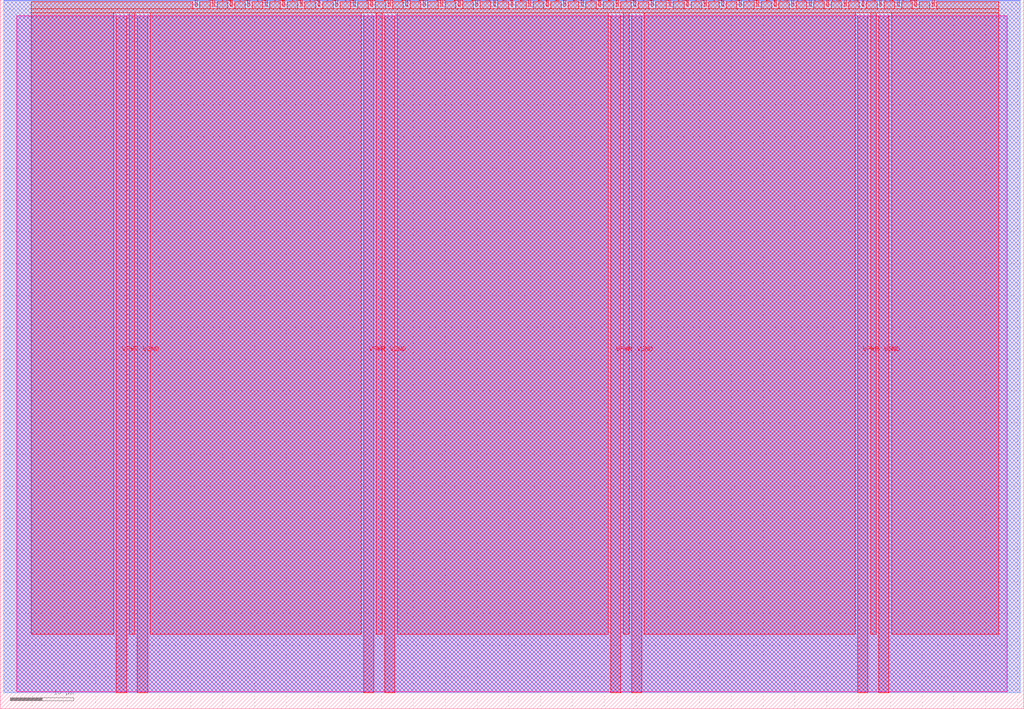
<source format=lef>
VERSION 5.7 ;
  NOWIREEXTENSIONATPIN ON ;
  DIVIDERCHAR "/" ;
  BUSBITCHARS "[]" ;
MACRO tt_um_tiny_ternary_tapeout
  CLASS BLOCK ;
  FOREIGN tt_um_tiny_ternary_tapeout ;
  ORIGIN 0.000 0.000 ;
  SIZE 161.000 BY 111.520 ;
  PIN VGND
    DIRECTION INOUT ;
    USE GROUND ;
    PORT
      LAYER met4 ;
        RECT 21.580 2.480 23.180 109.040 ;
    END
    PORT
      LAYER met4 ;
        RECT 60.450 2.480 62.050 109.040 ;
    END
    PORT
      LAYER met4 ;
        RECT 99.320 2.480 100.920 109.040 ;
    END
    PORT
      LAYER met4 ;
        RECT 138.190 2.480 139.790 109.040 ;
    END
  END VGND
  PIN VPWR
    DIRECTION INOUT ;
    USE POWER ;
    PORT
      LAYER met4 ;
        RECT 18.280 2.480 19.880 109.040 ;
    END
    PORT
      LAYER met4 ;
        RECT 57.150 2.480 58.750 109.040 ;
    END
    PORT
      LAYER met4 ;
        RECT 96.020 2.480 97.620 109.040 ;
    END
    PORT
      LAYER met4 ;
        RECT 134.890 2.480 136.490 109.040 ;
    END
  END VPWR
  PIN clk
    DIRECTION INPUT ;
    USE SIGNAL ;
    ANTENNAGATEAREA 0.852000 ;
    PORT
      LAYER met4 ;
        RECT 143.830 110.520 144.130 111.520 ;
    END
  END clk
  PIN ena
    DIRECTION INPUT ;
    USE SIGNAL ;
    PORT
      LAYER met4 ;
        RECT 146.590 110.520 146.890 111.520 ;
    END
  END ena
  PIN rst_n
    DIRECTION INPUT ;
    USE SIGNAL ;
    ANTENNAGATEAREA 0.196500 ;
    ANTENNADIFFAREA 0.434700 ;
    PORT
      LAYER met4 ;
        RECT 141.070 110.520 141.370 111.520 ;
    END
  END rst_n
  PIN ui_in[0]
    DIRECTION INPUT ;
    USE SIGNAL ;
    ANTENNAGATEAREA 0.196500 ;
    ANTENNADIFFAREA 0.434700 ;
    PORT
      LAYER met4 ;
        RECT 138.310 110.520 138.610 111.520 ;
    END
  END ui_in[0]
  PIN ui_in[1]
    DIRECTION INPUT ;
    USE SIGNAL ;
    ANTENNAGATEAREA 0.196500 ;
    PORT
      LAYER met4 ;
        RECT 135.550 110.520 135.850 111.520 ;
    END
  END ui_in[1]
  PIN ui_in[2]
    DIRECTION INPUT ;
    USE SIGNAL ;
    ANTENNAGATEAREA 0.159000 ;
    ANTENNADIFFAREA 0.434700 ;
    PORT
      LAYER met4 ;
        RECT 132.790 110.520 133.090 111.520 ;
    END
  END ui_in[2]
  PIN ui_in[3]
    DIRECTION INPUT ;
    USE SIGNAL ;
    ANTENNAGATEAREA 0.159000 ;
    ANTENNADIFFAREA 0.434700 ;
    PORT
      LAYER met4 ;
        RECT 130.030 110.520 130.330 111.520 ;
    END
  END ui_in[3]
  PIN ui_in[4]
    DIRECTION INPUT ;
    USE SIGNAL ;
    ANTENNAGATEAREA 0.213000 ;
    ANTENNADIFFAREA 0.434700 ;
    PORT
      LAYER met4 ;
        RECT 127.270 110.520 127.570 111.520 ;
    END
  END ui_in[4]
  PIN ui_in[5]
    DIRECTION INPUT ;
    USE SIGNAL ;
    ANTENNAGATEAREA 0.213000 ;
    ANTENNADIFFAREA 0.434700 ;
    PORT
      LAYER met4 ;
        RECT 124.510 110.520 124.810 111.520 ;
    END
  END ui_in[5]
  PIN ui_in[6]
    DIRECTION INPUT ;
    USE SIGNAL ;
    ANTENNAGATEAREA 0.126000 ;
    PORT
      LAYER met4 ;
        RECT 121.750 110.520 122.050 111.520 ;
    END
  END ui_in[6]
  PIN ui_in[7]
    DIRECTION INPUT ;
    USE SIGNAL ;
    ANTENNAGATEAREA 0.126000 ;
    PORT
      LAYER met4 ;
        RECT 118.990 110.520 119.290 111.520 ;
    END
  END ui_in[7]
  PIN uio_in[0]
    DIRECTION INPUT ;
    USE SIGNAL ;
    ANTENNAGATEAREA 0.196500 ;
    ANTENNADIFFAREA 0.434700 ;
    PORT
      LAYER met4 ;
        RECT 116.230 110.520 116.530 111.520 ;
    END
  END uio_in[0]
  PIN uio_in[1]
    DIRECTION INPUT ;
    USE SIGNAL ;
    ANTENNAGATEAREA 0.196500 ;
    ANTENNADIFFAREA 0.434700 ;
    PORT
      LAYER met4 ;
        RECT 113.470 110.520 113.770 111.520 ;
    END
  END uio_in[1]
  PIN uio_in[2]
    DIRECTION INPUT ;
    USE SIGNAL ;
    ANTENNAGATEAREA 0.213000 ;
    PORT
      LAYER met4 ;
        RECT 110.710 110.520 111.010 111.520 ;
    END
  END uio_in[2]
  PIN uio_in[3]
    DIRECTION INPUT ;
    USE SIGNAL ;
    ANTENNAGATEAREA 0.213000 ;
    PORT
      LAYER met4 ;
        RECT 107.950 110.520 108.250 111.520 ;
    END
  END uio_in[3]
  PIN uio_in[4]
    DIRECTION INPUT ;
    USE SIGNAL ;
    ANTENNAGATEAREA 0.213000 ;
    ANTENNADIFFAREA 0.434700 ;
    PORT
      LAYER met4 ;
        RECT 105.190 110.520 105.490 111.520 ;
    END
  END uio_in[4]
  PIN uio_in[5]
    DIRECTION INPUT ;
    USE SIGNAL ;
    ANTENNAGATEAREA 0.159000 ;
    PORT
      LAYER met4 ;
        RECT 102.430 110.520 102.730 111.520 ;
    END
  END uio_in[5]
  PIN uio_in[6]
    DIRECTION INPUT ;
    USE SIGNAL ;
    ANTENNAGATEAREA 0.159000 ;
    ANTENNADIFFAREA 0.434700 ;
    PORT
      LAYER met4 ;
        RECT 99.670 110.520 99.970 111.520 ;
    END
  END uio_in[6]
  PIN uio_in[7]
    DIRECTION INPUT ;
    USE SIGNAL ;
    ANTENNAGATEAREA 0.213000 ;
    ANTENNADIFFAREA 0.434700 ;
    PORT
      LAYER met4 ;
        RECT 96.910 110.520 97.210 111.520 ;
    END
  END uio_in[7]
  PIN uio_oe[0]
    DIRECTION OUTPUT ;
    USE SIGNAL ;
    PORT
      LAYER met4 ;
        RECT 49.990 110.520 50.290 111.520 ;
    END
  END uio_oe[0]
  PIN uio_oe[1]
    DIRECTION OUTPUT ;
    USE SIGNAL ;
    PORT
      LAYER met4 ;
        RECT 47.230 110.520 47.530 111.520 ;
    END
  END uio_oe[1]
  PIN uio_oe[2]
    DIRECTION OUTPUT ;
    USE SIGNAL ;
    PORT
      LAYER met4 ;
        RECT 44.470 110.520 44.770 111.520 ;
    END
  END uio_oe[2]
  PIN uio_oe[3]
    DIRECTION OUTPUT ;
    USE SIGNAL ;
    PORT
      LAYER met4 ;
        RECT 41.710 110.520 42.010 111.520 ;
    END
  END uio_oe[3]
  PIN uio_oe[4]
    DIRECTION OUTPUT ;
    USE SIGNAL ;
    PORT
      LAYER met4 ;
        RECT 38.950 110.520 39.250 111.520 ;
    END
  END uio_oe[4]
  PIN uio_oe[5]
    DIRECTION OUTPUT ;
    USE SIGNAL ;
    PORT
      LAYER met4 ;
        RECT 36.190 110.520 36.490 111.520 ;
    END
  END uio_oe[5]
  PIN uio_oe[6]
    DIRECTION OUTPUT ;
    USE SIGNAL ;
    PORT
      LAYER met4 ;
        RECT 33.430 110.520 33.730 111.520 ;
    END
  END uio_oe[6]
  PIN uio_oe[7]
    DIRECTION OUTPUT ;
    USE SIGNAL ;
    PORT
      LAYER met4 ;
        RECT 30.670 110.520 30.970 111.520 ;
    END
  END uio_oe[7]
  PIN uio_out[0]
    DIRECTION OUTPUT ;
    USE SIGNAL ;
    PORT
      LAYER met4 ;
        RECT 72.070 110.520 72.370 111.520 ;
    END
  END uio_out[0]
  PIN uio_out[1]
    DIRECTION OUTPUT ;
    USE SIGNAL ;
    PORT
      LAYER met4 ;
        RECT 69.310 110.520 69.610 111.520 ;
    END
  END uio_out[1]
  PIN uio_out[2]
    DIRECTION OUTPUT ;
    USE SIGNAL ;
    PORT
      LAYER met4 ;
        RECT 66.550 110.520 66.850 111.520 ;
    END
  END uio_out[2]
  PIN uio_out[3]
    DIRECTION OUTPUT ;
    USE SIGNAL ;
    PORT
      LAYER met4 ;
        RECT 63.790 110.520 64.090 111.520 ;
    END
  END uio_out[3]
  PIN uio_out[4]
    DIRECTION OUTPUT ;
    USE SIGNAL ;
    PORT
      LAYER met4 ;
        RECT 61.030 110.520 61.330 111.520 ;
    END
  END uio_out[4]
  PIN uio_out[5]
    DIRECTION OUTPUT ;
    USE SIGNAL ;
    PORT
      LAYER met4 ;
        RECT 58.270 110.520 58.570 111.520 ;
    END
  END uio_out[5]
  PIN uio_out[6]
    DIRECTION OUTPUT ;
    USE SIGNAL ;
    PORT
      LAYER met4 ;
        RECT 55.510 110.520 55.810 111.520 ;
    END
  END uio_out[6]
  PIN uio_out[7]
    DIRECTION OUTPUT ;
    USE SIGNAL ;
    PORT
      LAYER met4 ;
        RECT 52.750 110.520 53.050 111.520 ;
    END
  END uio_out[7]
  PIN uo_out[0]
    DIRECTION OUTPUT ;
    USE SIGNAL ;
    ANTENNADIFFAREA 0.445500 ;
    PORT
      LAYER met4 ;
        RECT 94.150 110.520 94.450 111.520 ;
    END
  END uo_out[0]
  PIN uo_out[1]
    DIRECTION OUTPUT ;
    USE SIGNAL ;
    ANTENNADIFFAREA 0.445500 ;
    PORT
      LAYER met4 ;
        RECT 91.390 110.520 91.690 111.520 ;
    END
  END uo_out[1]
  PIN uo_out[2]
    DIRECTION OUTPUT ;
    USE SIGNAL ;
    ANTENNADIFFAREA 0.445500 ;
    PORT
      LAYER met4 ;
        RECT 88.630 110.520 88.930 111.520 ;
    END
  END uo_out[2]
  PIN uo_out[3]
    DIRECTION OUTPUT ;
    USE SIGNAL ;
    ANTENNADIFFAREA 0.795200 ;
    PORT
      LAYER met4 ;
        RECT 85.870 110.520 86.170 111.520 ;
    END
  END uo_out[3]
  PIN uo_out[4]
    DIRECTION OUTPUT ;
    USE SIGNAL ;
    ANTENNADIFFAREA 0.445500 ;
    PORT
      LAYER met4 ;
        RECT 83.110 110.520 83.410 111.520 ;
    END
  END uo_out[4]
  PIN uo_out[5]
    DIRECTION OUTPUT ;
    USE SIGNAL ;
    ANTENNADIFFAREA 0.445500 ;
    PORT
      LAYER met4 ;
        RECT 80.350 110.520 80.650 111.520 ;
    END
  END uo_out[5]
  PIN uo_out[6]
    DIRECTION OUTPUT ;
    USE SIGNAL ;
    ANTENNADIFFAREA 0.445500 ;
    PORT
      LAYER met4 ;
        RECT 77.590 110.520 77.890 111.520 ;
    END
  END uo_out[6]
  PIN uo_out[7]
    DIRECTION OUTPUT ;
    USE SIGNAL ;
    ANTENNADIFFAREA 0.445500 ;
    PORT
      LAYER met4 ;
        RECT 74.830 110.520 75.130 111.520 ;
    END
  END uo_out[7]
  OBS
      LAYER nwell ;
        RECT 2.570 2.635 158.430 108.990 ;
      LAYER li1 ;
        RECT 2.760 2.635 158.240 108.885 ;
      LAYER met1 ;
        RECT 0.530 2.480 160.470 111.480 ;
      LAYER met2 ;
        RECT 0.550 2.535 160.450 111.510 ;
      LAYER met3 ;
        RECT 0.525 2.555 160.475 111.345 ;
      LAYER met4 ;
        RECT 4.895 110.120 30.270 111.170 ;
        RECT 31.370 110.120 33.030 111.170 ;
        RECT 34.130 110.120 35.790 111.170 ;
        RECT 36.890 110.120 38.550 111.170 ;
        RECT 39.650 110.120 41.310 111.170 ;
        RECT 42.410 110.120 44.070 111.170 ;
        RECT 45.170 110.120 46.830 111.170 ;
        RECT 47.930 110.120 49.590 111.170 ;
        RECT 50.690 110.120 52.350 111.170 ;
        RECT 53.450 110.120 55.110 111.170 ;
        RECT 56.210 110.120 57.870 111.170 ;
        RECT 58.970 110.120 60.630 111.170 ;
        RECT 61.730 110.120 63.390 111.170 ;
        RECT 64.490 110.120 66.150 111.170 ;
        RECT 67.250 110.120 68.910 111.170 ;
        RECT 70.010 110.120 71.670 111.170 ;
        RECT 72.770 110.120 74.430 111.170 ;
        RECT 75.530 110.120 77.190 111.170 ;
        RECT 78.290 110.120 79.950 111.170 ;
        RECT 81.050 110.120 82.710 111.170 ;
        RECT 83.810 110.120 85.470 111.170 ;
        RECT 86.570 110.120 88.230 111.170 ;
        RECT 89.330 110.120 90.990 111.170 ;
        RECT 92.090 110.120 93.750 111.170 ;
        RECT 94.850 110.120 96.510 111.170 ;
        RECT 97.610 110.120 99.270 111.170 ;
        RECT 100.370 110.120 102.030 111.170 ;
        RECT 103.130 110.120 104.790 111.170 ;
        RECT 105.890 110.120 107.550 111.170 ;
        RECT 108.650 110.120 110.310 111.170 ;
        RECT 111.410 110.120 113.070 111.170 ;
        RECT 114.170 110.120 115.830 111.170 ;
        RECT 116.930 110.120 118.590 111.170 ;
        RECT 119.690 110.120 121.350 111.170 ;
        RECT 122.450 110.120 124.110 111.170 ;
        RECT 125.210 110.120 126.870 111.170 ;
        RECT 127.970 110.120 129.630 111.170 ;
        RECT 130.730 110.120 132.390 111.170 ;
        RECT 133.490 110.120 135.150 111.170 ;
        RECT 136.250 110.120 137.910 111.170 ;
        RECT 139.010 110.120 140.670 111.170 ;
        RECT 141.770 110.120 143.430 111.170 ;
        RECT 144.530 110.120 146.190 111.170 ;
        RECT 147.290 110.120 157.025 111.170 ;
        RECT 4.895 109.440 157.025 110.120 ;
        RECT 4.895 11.735 17.880 109.440 ;
        RECT 20.280 11.735 21.180 109.440 ;
        RECT 23.580 11.735 56.750 109.440 ;
        RECT 59.150 11.735 60.050 109.440 ;
        RECT 62.450 11.735 95.620 109.440 ;
        RECT 98.020 11.735 98.920 109.440 ;
        RECT 101.320 11.735 134.490 109.440 ;
        RECT 136.890 11.735 137.790 109.440 ;
        RECT 140.190 11.735 157.025 109.440 ;
  END
END tt_um_tiny_ternary_tapeout
END LIBRARY


</source>
